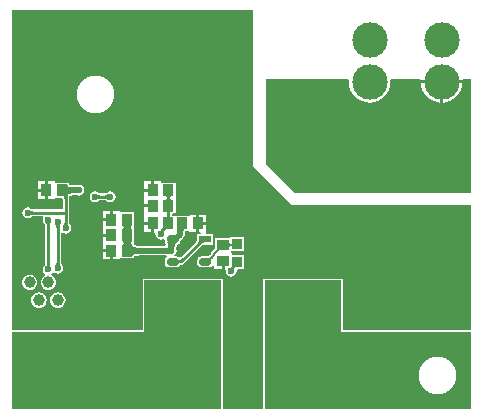
<source format=gbl>
G04*
G04 #@! TF.GenerationSoftware,Altium Limited,Altium Designer,20.0.13 (296)*
G04*
G04 Layer_Physical_Order=2*
G04 Layer_Color=16711680*
%FSLAX25Y25*%
%MOIN*%
G70*
G01*
G75*
%ADD10C,0.00787*%
%ADD13C,0.01000*%
%ADD17R,0.03543X0.03937*%
%ADD22R,0.03347X0.03347*%
%ADD29R,0.03937X0.03543*%
%ADD30C,0.03937*%
%ADD60C,0.02000*%
%ADD67C,0.07087*%
%ADD68C,0.11811*%
%ADD69C,0.02362*%
G04:AMPARAMS|DCode=70|XSize=23.62mil|YSize=39.37mil|CornerRadius=5.91mil|HoleSize=0mil|Usage=FLASHONLY|Rotation=90.000|XOffset=0mil|YOffset=0mil|HoleType=Round|Shape=RoundedRectangle|*
%AMROUNDEDRECTD70*
21,1,0.02362,0.02756,0,0,90.0*
21,1,0.01181,0.03937,0,0,90.0*
1,1,0.01181,0.01378,0.00591*
1,1,0.01181,0.01378,-0.00591*
1,1,0.01181,-0.01378,-0.00591*
1,1,0.01181,-0.01378,0.00591*
%
%ADD70ROUNDEDRECTD70*%
%ADD71R,0.03937X0.02362*%
G36*
X113257Y111024D02*
X113593Y110653D01*
X113545Y110169D01*
X113679Y108816D01*
X114074Y107514D01*
X114715Y106314D01*
X115578Y105263D01*
X116629Y104400D01*
X117829Y103759D01*
X119131Y103364D01*
X120484Y103230D01*
X121838Y103364D01*
X123140Y103759D01*
X124339Y104400D01*
X125391Y105263D01*
X126254Y106314D01*
X126895Y107514D01*
X127290Y108816D01*
X127423Y110169D01*
X127375Y110653D01*
X127711Y111024D01*
X137273D01*
X137594Y110669D01*
X144500D01*
Y110169D01*
D01*
Y110669D01*
X151406D01*
X151727Y111024D01*
X154414D01*
Y73524D01*
X154060Y73171D01*
X95279Y73225D01*
X85803Y82701D01*
X85803Y111024D01*
X113257D01*
D02*
G37*
G36*
X81496Y82284D02*
X94599Y69180D01*
X154414Y69169D01*
Y27362D01*
X111600D01*
X111600Y44112D01*
X111600Y44587D01*
X111539Y44587D01*
X111047Y44587D01*
X111039Y44587D01*
X85000Y44587D01*
Y44569D01*
X85000D01*
X85000Y43973D01*
X85000Y43469D01*
X85000Y1122D01*
X71516D01*
Y43969D01*
X71500Y44007D01*
Y44569D01*
X71500D01*
Y44587D01*
X70944D01*
X70866Y44619D01*
X45453Y44619D01*
X45375Y44587D01*
X44961Y44587D01*
X44900Y44587D01*
X44900Y44203D01*
X44803Y43969D01*
X44803Y27421D01*
X1122D01*
Y134048D01*
X81496D01*
X81496Y82284D01*
D02*
G37*
G36*
X70866Y43969D02*
Y1122D01*
X1122D01*
Y26772D01*
X44900D01*
Y26772D01*
X45453Y26772D01*
X45453Y43969D01*
X70866Y43969D01*
D02*
G37*
G36*
X111047Y26772D02*
X111600Y26772D01*
Y26772D01*
X154414D01*
Y1122D01*
X85600D01*
X85600Y43969D01*
X111047Y43969D01*
X111047Y26772D01*
D02*
G37*
%LPC*%
G36*
X151390Y109669D02*
X145000D01*
Y103280D01*
X145854Y103364D01*
X147155Y103759D01*
X148355Y104400D01*
X149407Y105263D01*
X150269Y106314D01*
X150911Y107514D01*
X151306Y108816D01*
X151390Y109669D01*
D02*
G37*
G36*
X144000D02*
X137610D01*
X137694Y108816D01*
X138089Y107514D01*
X138731Y106314D01*
X139593Y105263D01*
X140645Y104400D01*
X141845Y103759D01*
X143146Y103364D01*
X144000Y103280D01*
Y109669D01*
D02*
G37*
G36*
X29146Y112282D02*
X27927Y112162D01*
X26755Y111807D01*
X25675Y111229D01*
X24729Y110452D01*
X23952Y109506D01*
X23374Y108426D01*
X23019Y107254D01*
X22899Y106035D01*
X23019Y104817D01*
X23374Y103645D01*
X23952Y102565D01*
X24729Y101618D01*
X25675Y100842D01*
X26755Y100264D01*
X27927Y99909D01*
X29146Y99789D01*
X30364Y99909D01*
X31536Y100264D01*
X32616Y100842D01*
X33563Y101618D01*
X34339Y102565D01*
X34917Y103645D01*
X35272Y104817D01*
X35392Y106035D01*
X35272Y107254D01*
X34917Y108426D01*
X34339Y109506D01*
X33563Y110452D01*
X32616Y111229D01*
X31536Y111807D01*
X30364Y112162D01*
X29146Y112282D01*
D02*
G37*
G36*
X12197Y76984D02*
X9925D01*
Y74516D01*
X12197D01*
Y76984D01*
D02*
G37*
G36*
X47630D02*
X45358D01*
Y74516D01*
X47630D01*
Y76984D01*
D02*
G37*
G36*
X34055Y73666D02*
X33360Y73528D01*
X32836Y73178D01*
X32770Y73154D01*
X32726Y73113D01*
X32703Y73095D01*
X32675Y73078D01*
X32642Y73061D01*
X32603Y73045D01*
X32555Y73031D01*
X32500Y73019D01*
X32434Y73009D01*
X32360Y73002D01*
X32259Y73000D01*
X32197Y72972D01*
X30795D01*
X30733Y73000D01*
X30632Y73002D01*
X30558Y73009D01*
X30493Y73019D01*
X30437Y73031D01*
X30389Y73045D01*
X30350Y73061D01*
X30317Y73078D01*
X30290Y73095D01*
X30266Y73113D01*
X30222Y73154D01*
X30156Y73178D01*
X29632Y73528D01*
X28937Y73666D01*
X28242Y73528D01*
X27653Y73134D01*
X27259Y72545D01*
X27121Y71850D01*
X27259Y71155D01*
X27653Y70566D01*
X28242Y70173D01*
X28937Y70034D01*
X29632Y70173D01*
X30156Y70523D01*
X30222Y70547D01*
X30266Y70588D01*
X30290Y70606D01*
X30317Y70623D01*
X30350Y70640D01*
X30389Y70655D01*
X30437Y70670D01*
X30493Y70682D01*
X30558Y70692D01*
X30632Y70698D01*
X30733Y70701D01*
X30795Y70729D01*
X32197D01*
X32259Y70701D01*
X32360Y70698D01*
X32434Y70692D01*
X32500Y70682D01*
X32555Y70670D01*
X32603Y70655D01*
X32642Y70639D01*
X32675Y70623D01*
X32703Y70606D01*
X32726Y70588D01*
X32770Y70547D01*
X32836Y70523D01*
X33360Y70173D01*
X34055Y70034D01*
X34750Y70173D01*
X35339Y70566D01*
X35733Y71155D01*
X35871Y71850D01*
X35733Y72545D01*
X35339Y73134D01*
X34750Y73528D01*
X34055Y73666D01*
D02*
G37*
G36*
X15469Y76984D02*
X15399Y76984D01*
X15399Y76984D01*
X13197D01*
Y74016D01*
Y71047D01*
X15399D01*
X15399Y71047D01*
X15469D01*
X15710Y71447D01*
X15969Y71447D01*
X18100D01*
X18103Y71437D01*
X18119Y71341D01*
X18130Y71214D01*
X18134Y71042D01*
X18162Y70980D01*
Y67657D01*
X8349D01*
X8287Y67685D01*
X8186Y67687D01*
X8112Y67694D01*
X8046Y67704D01*
X7990Y67716D01*
X7943Y67730D01*
X7903Y67746D01*
X7871Y67763D01*
X7843Y67780D01*
X7820Y67798D01*
X7776Y67839D01*
X7710Y67863D01*
X7186Y68213D01*
X6491Y68351D01*
X5796Y68213D01*
X5207Y67819D01*
X4813Y67230D01*
X4675Y66535D01*
X4813Y65841D01*
X5207Y65251D01*
X5796Y64858D01*
X6491Y64719D01*
X7186Y64858D01*
X7710Y65208D01*
X7776Y65232D01*
X7820Y65273D01*
X7843Y65291D01*
X7871Y65308D01*
X7904Y65325D01*
X7943Y65340D01*
X7991Y65355D01*
X8046Y65367D01*
X8112Y65377D01*
X8186Y65383D01*
X8287Y65386D01*
X8349Y65414D01*
X11542D01*
X11778Y64973D01*
X11708Y64868D01*
X11570Y64173D01*
X11708Y63478D01*
X12058Y62954D01*
X12083Y62888D01*
X12124Y62844D01*
X12141Y62821D01*
X12158Y62793D01*
X12175Y62760D01*
X12191Y62721D01*
X12205Y62673D01*
X12218Y62617D01*
X12228Y62552D01*
X12234Y62478D01*
X12237Y62377D01*
X12264Y62315D01*
Y49496D01*
X12237Y49434D01*
X12234Y49333D01*
X12228Y49259D01*
X12218Y49193D01*
X12205Y49137D01*
X12191Y49090D01*
X12175Y49050D01*
X12158Y49018D01*
X12141Y48990D01*
X12123Y48967D01*
X12083Y48923D01*
X12058Y48857D01*
X11708Y48333D01*
X11570Y47638D01*
X11708Y46943D01*
X12102Y46354D01*
X12339Y46195D01*
X12284Y45631D01*
X12090Y45551D01*
X11554Y45139D01*
X11142Y44602D01*
X10883Y43978D01*
X10795Y43307D01*
X10883Y42637D01*
X11142Y42012D01*
X11554Y41475D01*
X12090Y41063D01*
X12715Y40805D01*
X13386Y40716D01*
X14056Y40805D01*
X14681Y41063D01*
X15218Y41475D01*
X15629Y42012D01*
X15888Y42637D01*
X15977Y43307D01*
X15888Y43978D01*
X15629Y44602D01*
X15218Y45139D01*
X14681Y45551D01*
X14488Y45631D01*
X14432Y46195D01*
X14670Y46354D01*
X14792Y46536D01*
X15251Y46747D01*
X15841Y46354D01*
X16535Y46215D01*
X17230Y46354D01*
X17819Y46747D01*
X18213Y47337D01*
X18351Y48031D01*
X18213Y48726D01*
X17863Y49251D01*
X17839Y49316D01*
X17798Y49360D01*
X17780Y49384D01*
X17763Y49411D01*
X17746Y49444D01*
X17731Y49484D01*
X17716Y49531D01*
X17704Y49587D01*
X17694Y49652D01*
X17687Y49727D01*
X17685Y49828D01*
X17657Y49890D01*
Y59826D01*
X18157Y60033D01*
X18596Y59740D01*
X19291Y59601D01*
X19986Y59740D01*
X20575Y60133D01*
X20969Y60722D01*
X21107Y61417D01*
X20969Y62112D01*
X20608Y62653D01*
X20586Y62711D01*
X20545Y62754D01*
X20527Y62777D01*
X20511Y62804D01*
X20494Y62836D01*
X20479Y62875D01*
X20464Y62922D01*
X20452Y62978D01*
X20442Y63042D01*
X20435Y63116D01*
X20433Y63218D01*
X20405Y63279D01*
Y70992D01*
X20433Y71059D01*
X20431Y71063D01*
X20433Y71067D01*
X20421Y72027D01*
X20428Y72091D01*
X20432Y72101D01*
X20440Y72113D01*
X20475Y72143D01*
X20555Y72190D01*
X20692Y72244D01*
X20884Y72293D01*
X21130Y72332D01*
X21427Y72357D01*
X21788Y72366D01*
X21828Y72384D01*
X22858D01*
X22927Y72338D01*
X23622Y72200D01*
X24317Y72338D01*
X24906Y72732D01*
X25300Y73321D01*
X25438Y74016D01*
X25300Y74711D01*
X24906Y75300D01*
X24317Y75694D01*
X23622Y75832D01*
X22927Y75694D01*
X22858Y75647D01*
X21828D01*
X21788Y75665D01*
X21427Y75674D01*
X21130Y75699D01*
X20884Y75738D01*
X20692Y75788D01*
X20555Y75841D01*
X20475Y75888D01*
X20440Y75919D01*
X20432Y75931D01*
X20428Y75941D01*
X20417Y76043D01*
X20383Y76104D01*
Y76584D01*
X19862D01*
X19771Y76622D01*
X19737Y76607D01*
X19700Y76618D01*
X19639Y76584D01*
X15710Y76584D01*
X15687Y76622D01*
X15469Y76984D01*
D02*
G37*
G36*
X12197Y73516D02*
X9925D01*
Y71047D01*
X12197D01*
Y73516D01*
D02*
G37*
G36*
X33850Y67142D02*
X31579D01*
Y64673D01*
X33850D01*
Y67142D01*
D02*
G37*
G36*
X66059Y65961D02*
X63787D01*
Y63492D01*
X66059D01*
Y65961D01*
D02*
G37*
G36*
X47630Y62492D02*
X45358D01*
Y60024D01*
X47630D01*
Y62492D01*
D02*
G37*
G36*
X50902Y76984D02*
X48630D01*
Y74016D01*
X48130D01*
Y73516D01*
X45358D01*
Y71047D01*
X45358D01*
Y69398D01*
X48130D01*
Y68398D01*
X45358D01*
Y65961D01*
X45358D01*
Y63492D01*
X48130D01*
Y62992D01*
X48630D01*
Y60024D01*
X48726D01*
X49044Y59637D01*
X49000Y59420D01*
X49139Y58725D01*
X49532Y58136D01*
X50122Y57742D01*
X50817Y57604D01*
X51512Y57742D01*
X51731Y57889D01*
X52231Y57621D01*
Y57087D01*
X52261Y56934D01*
X52253Y56919D01*
X52284Y56819D01*
X52323Y56622D01*
X52330Y56612D01*
X52343Y56527D01*
X52423Y56393D01*
X52484Y56267D01*
X52541Y56120D01*
X52558Y56068D01*
X52375Y55689D01*
X52277Y55568D01*
X43482D01*
X43441Y55586D01*
X43081Y55595D01*
X42783Y55620D01*
X42537Y55660D01*
X42345Y55709D01*
X42209Y55762D01*
X42128Y55810D01*
X42094Y55840D01*
X42085Y55852D01*
X42082Y55862D01*
X42070Y55964D01*
X42037Y56026D01*
Y57008D01*
X42074Y57099D01*
X42056Y57142D01*
X42068Y57188D01*
X42037Y57241D01*
Y60869D01*
X42068Y60922D01*
X42056Y60968D01*
X42074Y61012D01*
X42037Y61102D01*
Y62126D01*
X42074Y62217D01*
X42056Y62260D01*
X42068Y62306D01*
X42037Y62359D01*
Y66742D01*
X37363Y66742D01*
X37122Y67142D01*
X37052Y67142D01*
X37052Y67142D01*
X34850D01*
Y64173D01*
X34350D01*
Y63673D01*
X31579D01*
Y61205D01*
Y59555D01*
X34350D01*
Y58555D01*
X31579D01*
Y56087D01*
Y54437D01*
X34350D01*
Y53937D01*
X34850D01*
Y50968D01*
X37052D01*
X37052Y50968D01*
X37122D01*
X37363Y51368D01*
X37622Y51368D01*
X41293D01*
X41354Y51335D01*
X41390Y51345D01*
X41425Y51331D01*
X41515Y51368D01*
X42037D01*
Y51848D01*
X42070Y51910D01*
X42082Y52012D01*
X42085Y52022D01*
X42094Y52034D01*
X42128Y52064D01*
X42209Y52112D01*
X42345Y52165D01*
X42538Y52214D01*
X42783Y52254D01*
X43081Y52279D01*
X43441Y52288D01*
X43482Y52306D01*
X52674D01*
X52826Y51806D01*
X52587Y51646D01*
X52323Y51252D01*
X52231Y50787D01*
Y49606D01*
X52323Y49142D01*
X52587Y48748D01*
X52980Y48485D01*
X53445Y48392D01*
X56201D01*
X56665Y48485D01*
X57059Y48748D01*
X57322Y49142D01*
X57326Y49162D01*
X57485Y49176D01*
X57629Y49179D01*
X57756Y49235D01*
X58045Y49292D01*
X58409Y49536D01*
X64176Y55302D01*
X64237Y55325D01*
X64610Y55671D01*
X64750Y55783D01*
X64871Y55867D01*
X64920Y55896D01*
X65185D01*
X65257Y55872D01*
X65304Y55896D01*
X65356Y55887D01*
X65368Y55896D01*
X68218D01*
Y59458D01*
X66295D01*
X66057Y59903D01*
X66059Y60024D01*
X66059Y60059D01*
Y62492D01*
X63787D01*
Y60024D01*
X63996D01*
X64218Y59590D01*
X64133Y59458D01*
X63081D01*
Y57923D01*
X63058Y57880D01*
X63075Y57826D01*
X63057Y57772D01*
X63081Y57725D01*
Y57512D01*
X63078Y57507D01*
X62996Y57390D01*
X62709Y57053D01*
X62519Y56857D01*
X62503Y56817D01*
X62466Y56794D01*
X62455Y56754D01*
X57535Y51834D01*
X57426Y51783D01*
X57303Y51733D01*
X56987Y51697D01*
X56980Y51698D01*
X56665Y51909D01*
X56201Y52001D01*
X55540D01*
X55388Y52501D01*
X55615Y52653D01*
X56008Y53242D01*
X56147Y53937D01*
X56042Y54464D01*
X56049Y54481D01*
X56059Y54868D01*
X56085Y55186D01*
X56126Y55449D01*
X56179Y55652D01*
X56234Y55792D01*
X56280Y55869D01*
X56303Y55893D01*
X56321Y55897D01*
X56413Y55899D01*
X56479Y55928D01*
X56665Y55965D01*
X56773Y56037D01*
X56814Y56050D01*
X56826Y56072D01*
X56866Y56099D01*
X56867Y56100D01*
X56868Y56100D01*
X57059Y56228D01*
X57322Y56622D01*
X57415Y57087D01*
Y57174D01*
X58370Y58130D01*
X58724Y58659D01*
X58828Y59183D01*
X58866Y59269D01*
X58873Y59587D01*
X58893Y59847D01*
X58923Y60063D01*
X58962Y60231D01*
X59002Y60347D01*
X59030Y60401D01*
X59051Y60403D01*
X59086Y60424D01*
X60274Y60424D01*
X60516Y60024D01*
X60586Y60024D01*
X60586Y60024D01*
X62787D01*
Y62992D01*
Y65961D01*
X60585D01*
X60585Y65961D01*
X60516D01*
X60274Y65561D01*
X60016Y65561D01*
X54950D01*
X54728Y65945D01*
X54950Y66329D01*
X55817D01*
Y71447D01*
Y76584D01*
X51073D01*
X50902Y76984D01*
D02*
G37*
G36*
X78651Y58474D02*
X74105D01*
Y58179D01*
X69085D01*
Y55242D01*
X69065Y55207D01*
X69080Y55154D01*
X69060Y55101D01*
X69085Y55046D01*
Y54937D01*
X69035Y54866D01*
X68818Y54611D01*
X68673Y54461D01*
X68667Y54445D01*
X68651Y54437D01*
X68631Y54376D01*
X67895Y53641D01*
X67676Y53312D01*
X67599Y52925D01*
Y52890D01*
X67143Y52435D01*
X67077Y52410D01*
X66788Y52142D01*
X66686Y52060D01*
X66602Y52001D01*
X66382D01*
X66348Y52012D01*
X66327Y52001D01*
X64272D01*
X63807Y51909D01*
X63413Y51646D01*
X63150Y51252D01*
X63058Y50787D01*
Y49606D01*
X63150Y49142D01*
X63413Y48748D01*
X63807Y48485D01*
X64272Y48392D01*
X67028D01*
X67492Y48485D01*
X67886Y48748D01*
X68149Y49142D01*
X68185Y49323D01*
X68685Y49274D01*
Y47721D01*
X71153D01*
Y50492D01*
X72154D01*
Y47721D01*
X72346D01*
X72663Y47334D01*
X72603Y47030D01*
X72741Y46335D01*
X73135Y45746D01*
X73724Y45352D01*
X74419Y45214D01*
X75114Y45352D01*
X75703Y45746D01*
X76097Y46335D01*
X76235Y47030D01*
X76176Y47325D01*
X76585Y47825D01*
X78651D01*
Y52372D01*
X74622D01*
Y53264D01*
X74222Y53435D01*
Y53928D01*
X78651D01*
Y58474D01*
D02*
G37*
G36*
X33850Y53437D02*
X31579D01*
Y50968D01*
X33850D01*
Y53437D01*
D02*
G37*
G36*
X7185Y45898D02*
X6515Y45810D01*
X5890Y45551D01*
X5353Y45139D01*
X4941Y44602D01*
X4683Y43978D01*
X4594Y43307D01*
X4683Y42637D01*
X4941Y42012D01*
X5353Y41475D01*
X5890Y41063D01*
X6515Y40805D01*
X7185Y40716D01*
X7856Y40805D01*
X8480Y41063D01*
X9017Y41475D01*
X9429Y42012D01*
X9687Y42637D01*
X9776Y43307D01*
X9687Y43978D01*
X9429Y44602D01*
X9017Y45139D01*
X8480Y45551D01*
X7856Y45810D01*
X7185Y45898D01*
D02*
G37*
G36*
X10236Y39992D02*
X9566Y39904D01*
X8941Y39645D01*
X8404Y39233D01*
X7993Y38697D01*
X7734Y38072D01*
X7646Y37402D01*
X7734Y36731D01*
X7993Y36106D01*
X8404Y35570D01*
X8941Y35158D01*
X9566Y34899D01*
X10236Y34811D01*
X10907Y34899D01*
X11532Y35158D01*
X12068Y35570D01*
X12480Y36106D01*
X12739Y36731D01*
X12827Y37402D01*
X12739Y38072D01*
X12480Y38697D01*
X12068Y39233D01*
X11532Y39645D01*
X10907Y39904D01*
X10236Y39992D01*
D02*
G37*
G36*
X16535Y39992D02*
X15865Y39904D01*
X15240Y39645D01*
X14704Y39233D01*
X14292Y38697D01*
X14033Y38072D01*
X13945Y37402D01*
X14033Y36731D01*
X14292Y36106D01*
X14704Y35570D01*
X15240Y35158D01*
X15865Y34899D01*
X16535Y34811D01*
X17206Y34899D01*
X17831Y35158D01*
X18367Y35570D01*
X18779Y36106D01*
X19038Y36731D01*
X19126Y37402D01*
X19038Y38072D01*
X18779Y38697D01*
X18367Y39233D01*
X17831Y39645D01*
X17206Y39904D01*
X16535Y39992D01*
D02*
G37*
%LPD*%
G36*
X33212Y71024D02*
X33145Y71086D01*
X33072Y71141D01*
X32993Y71190D01*
X32908Y71233D01*
X32818Y71269D01*
X32721Y71298D01*
X32619Y71321D01*
X32511Y71337D01*
X32396Y71347D01*
X32276Y71350D01*
Y72350D01*
X32396Y72354D01*
X32511Y72364D01*
X32619Y72380D01*
X32721Y72403D01*
X32818Y72432D01*
X32908Y72468D01*
X32993Y72510D01*
X33072Y72559D01*
X33145Y72615D01*
X33212Y72677D01*
Y71024D01*
D02*
G37*
G36*
X29847Y72615D02*
X29920Y72559D01*
X29999Y72510D01*
X30084Y72468D01*
X30174Y72432D01*
X30271Y72403D01*
X30373Y72380D01*
X30481Y72364D01*
X30596Y72354D01*
X30716Y72350D01*
Y71350D01*
X30596Y71347D01*
X30481Y71337D01*
X30373Y71321D01*
X30271Y71298D01*
X30174Y71269D01*
X30084Y71233D01*
X29999Y71190D01*
X29920Y71141D01*
X29847Y71086D01*
X29781Y71024D01*
Y72677D01*
X29847Y72615D01*
D02*
G37*
G36*
X19021Y74056D02*
X19050Y73955D01*
X19088Y73853D01*
X19137Y73750D01*
X19195Y73645D01*
X19264Y73538D01*
X19342Y73430D01*
X19529Y73210D01*
X19637Y73098D01*
X18930Y72391D01*
X18817Y72499D01*
X18597Y72685D01*
X18489Y72764D01*
X18383Y72832D01*
X18278Y72891D01*
X18174Y72939D01*
X18072Y72978D01*
X17972Y73007D01*
X17873Y73026D01*
X19002Y74155D01*
X19021Y74056D01*
D02*
G37*
G36*
X19792Y75791D02*
X19851Y75628D01*
X19951Y75484D01*
X20091Y75360D01*
X20271Y75255D01*
X20492Y75169D01*
X20752Y75102D01*
X21052Y75054D01*
X21392Y75025D01*
X21771Y75016D01*
Y73016D01*
X21392Y73006D01*
X21052Y72978D01*
X20752Y72930D01*
X20492Y72863D01*
X20271Y72777D01*
X20091Y72671D01*
X19951Y72547D01*
X19851Y72404D01*
X19792Y72241D01*
X19771Y72059D01*
Y75972D01*
X19792Y75791D01*
D02*
G37*
G36*
X19771Y72059D02*
X19783Y71059D01*
X18783D01*
X18778Y71251D01*
X18764Y71422D01*
X18738Y71574D01*
X18703Y71705D01*
X18658Y71816D01*
X18604Y71907D01*
X18539Y71978D01*
X18463Y72030D01*
X18379Y72060D01*
X18283Y72071D01*
X19771Y72059D01*
D02*
G37*
G36*
X7401Y67300D02*
X7474Y67245D01*
X7553Y67196D01*
X7638Y67153D01*
X7728Y67117D01*
X7825Y67088D01*
X7927Y67065D01*
X8035Y67049D01*
X8150Y67039D01*
X8269Y67035D01*
Y66035D01*
X8150Y66032D01*
X8035Y66022D01*
X7927Y66006D01*
X7825Y65983D01*
X7728Y65954D01*
X7638Y65918D01*
X7553Y65875D01*
X7474Y65826D01*
X7401Y65771D01*
X7334Y65709D01*
Y67362D01*
X7401Y67300D01*
D02*
G37*
G36*
X14151Y63263D02*
X14095Y63190D01*
X14046Y63111D01*
X14004Y63026D01*
X13968Y62936D01*
X13938Y62839D01*
X13915Y62737D01*
X13899Y62629D01*
X13889Y62514D01*
X13886Y62394D01*
X12886Y62394D01*
X12883Y62514D01*
X12873Y62629D01*
X12856Y62737D01*
X12833Y62839D01*
X12804Y62936D01*
X12768Y63026D01*
X12726Y63111D01*
X12677Y63190D01*
X12621Y63263D01*
X12559Y63330D01*
X14213Y63330D01*
X14151Y63263D01*
D02*
G37*
G36*
X19787Y63080D02*
X19797Y62966D01*
X19813Y62857D01*
X19836Y62755D01*
X19866Y62659D01*
X19902Y62568D01*
X19945Y62484D01*
X19994Y62405D01*
X20050Y62333D01*
X20112Y62266D01*
X18459Y62255D01*
X18521Y62323D01*
X18576Y62396D01*
X18624Y62475D01*
X18667Y62560D01*
X18702Y62651D01*
X18732Y62747D01*
X18754Y62850D01*
X18770Y62958D01*
X18780Y63072D01*
X18783Y63192D01*
X19783Y63200D01*
X19787Y63080D01*
D02*
G37*
G36*
X17300Y62478D02*
X17245Y62405D01*
X17196Y62326D01*
X17153Y62242D01*
X17117Y62151D01*
X17088Y62055D01*
X17065Y61952D01*
X17049Y61844D01*
X17039Y61730D01*
X17035Y61610D01*
X16035D01*
X16032Y61730D01*
X16022Y61844D01*
X16006Y61952D01*
X15983Y62055D01*
X15954Y62151D01*
X15918Y62242D01*
X15875Y62326D01*
X15826Y62405D01*
X15771Y62478D01*
X15709Y62545D01*
X17362D01*
X17300Y62478D01*
D02*
G37*
G36*
X17035Y49810D02*
X17039Y49690D01*
X17049Y49576D01*
X17065Y49468D01*
X17088Y49365D01*
X17117Y49269D01*
X17153Y49178D01*
X17196Y49093D01*
X17245Y49015D01*
X17300Y48942D01*
X17362Y48875D01*
X15709Y48875D01*
X15771Y48942D01*
X15826Y49015D01*
X15875Y49094D01*
X15918Y49178D01*
X15954Y49269D01*
X15983Y49365D01*
X16006Y49468D01*
X16022Y49576D01*
X16032Y49690D01*
X16035Y49810D01*
X17035Y49810D01*
D02*
G37*
G36*
X13886Y49416D02*
X13889Y49296D01*
X13899Y49182D01*
X13915Y49074D01*
X13938Y48972D01*
X13968Y48875D01*
X14004Y48785D01*
X14046Y48700D01*
X14095Y48621D01*
X14151Y48548D01*
X14213Y48481D01*
X12559Y48481D01*
X12621Y48548D01*
X12677Y48621D01*
X12726Y48700D01*
X12768Y48785D01*
X12804Y48875D01*
X12833Y48972D01*
X12856Y49074D01*
X12873Y49182D01*
X12883Y49296D01*
X12886Y49416D01*
X13886Y49416D01*
D02*
G37*
G36*
X54350Y72061D02*
X54265Y72031D01*
X54190Y71980D01*
X54125Y71909D01*
X54070Y71818D01*
X54025Y71707D01*
X53990Y71575D01*
X53970Y71457D01*
X53990Y71338D01*
X54025Y71206D01*
X54070Y71095D01*
X54125Y71004D01*
X54190Y70933D01*
X54265Y70883D01*
X54350Y70852D01*
X54445Y70842D01*
X52445D01*
X52540Y70852D01*
X52625Y70883D01*
X52700Y70933D01*
X52765Y71004D01*
X52820Y71095D01*
X52865Y71206D01*
X52900Y71338D01*
X52919Y71457D01*
X52900Y71575D01*
X52865Y71707D01*
X52820Y71818D01*
X52765Y71909D01*
X52700Y71980D01*
X52625Y72031D01*
X52540Y72061D01*
X52445Y72071D01*
X54445D01*
X54350Y72061D01*
D02*
G37*
G36*
Y66943D02*
X54265Y66913D01*
X54190Y66862D01*
X54125Y66791D01*
X54070Y66700D01*
X54025Y66589D01*
X53990Y66457D01*
X53965Y66306D01*
X53950Y66133D01*
X53945Y65945D01*
X53950Y65756D01*
X53965Y65584D01*
X53990Y65433D01*
X54025Y65301D01*
X54070Y65190D01*
X54125Y65099D01*
X54190Y65028D01*
X54265Y64977D01*
X54350Y64947D01*
X54445Y64937D01*
X52445D01*
X52540Y64947D01*
X52625Y64977D01*
X52700Y65028D01*
X52765Y65099D01*
X52820Y65190D01*
X52865Y65301D01*
X52900Y65433D01*
X52925Y65584D01*
X52940Y65756D01*
X52945Y65945D01*
X52940Y66133D01*
X52925Y66306D01*
X52900Y66457D01*
X52865Y66589D01*
X52820Y66700D01*
X52765Y66791D01*
X52700Y66862D01*
X52625Y66913D01*
X52540Y66943D01*
X52445Y66953D01*
X54445D01*
X54350Y66943D01*
D02*
G37*
G36*
X52901Y61048D02*
X52845Y61085D01*
X52773Y61098D01*
X52688Y61087D01*
X52587Y61052D01*
X52473Y60992D01*
X52344Y60908D01*
X52201Y60800D01*
X51990Y60614D01*
X51977Y60598D01*
X51919Y60512D01*
X51873Y60428D01*
X51840Y60345D01*
X51820Y60264D01*
X51813Y60185D01*
X51818Y60108D01*
X51837Y60032D01*
X51868Y59959D01*
X50323Y60493D01*
X50371Y60519D01*
X50430Y60559D01*
X50502Y60614D01*
X50788Y60863D01*
X51163Y61226D01*
X51558Y61695D01*
X51642Y61823D01*
X51701Y61938D01*
X51737Y62038D01*
X51748Y62124D01*
X51735Y62195D01*
X51697Y62252D01*
X52901Y61048D01*
D02*
G37*
G36*
X40673Y62632D02*
X40712Y62217D01*
X41425D01*
X41281Y62197D01*
X41151Y62137D01*
X41038Y62037D01*
X40939Y61897D01*
X40855Y61717D01*
X40823Y61614D01*
X40855Y61512D01*
X40939Y61332D01*
X41038Y61192D01*
X41151Y61092D01*
X41281Y61032D01*
X41425Y61012D01*
X40705D01*
X40696Y60937D01*
X40673Y60597D01*
X40665Y60217D01*
X38665D01*
X38658Y60597D01*
X38618Y61012D01*
X37906D01*
X38050Y61032D01*
X38179Y61092D01*
X38293Y61192D01*
X38392Y61332D01*
X38475Y61512D01*
X38507Y61614D01*
X38475Y61717D01*
X38392Y61897D01*
X38293Y62037D01*
X38179Y62137D01*
X38050Y62197D01*
X37906Y62217D01*
X38625D01*
X38635Y62292D01*
X38658Y62632D01*
X38665Y63012D01*
X40665D01*
X40673Y62632D01*
D02*
G37*
G36*
X58826Y61029D02*
X58698Y60976D01*
X58585Y60887D01*
X58487Y60764D01*
X58405Y60605D01*
X58337Y60411D01*
X58284Y60182D01*
X58247Y59917D01*
X58224Y59618D01*
X58217Y59284D01*
X56217D01*
X56213Y61036D01*
X58969Y61048D01*
X58826Y61029D01*
D02*
G37*
G36*
X65206Y56702D02*
X65116Y56709D01*
X65026Y56705D01*
X65000Y56701D01*
X65210Y56520D01*
X65128Y56571D01*
X65034Y56594D01*
X64926Y56591D01*
X64805Y56560D01*
X64670Y56501D01*
X64522Y56416D01*
X64360Y56303D01*
X64185Y56163D01*
X63796Y55801D01*
X62986Y56406D01*
X63190Y56616D01*
X63509Y56991D01*
X63625Y57156D01*
X63712Y57305D01*
X63769Y57439D01*
X63797Y57557D01*
X63796Y57660D01*
X63765Y57748D01*
X63705Y57820D01*
X64028Y57541D01*
X64036Y57555D01*
X64080Y57643D01*
X64117Y57732D01*
X64145Y57820D01*
X64166Y57909D01*
X64180Y57999D01*
X65206Y56702D01*
D02*
G37*
G36*
X40673Y57513D02*
X40712Y57099D01*
X41425D01*
X41281Y57079D01*
X41151Y57019D01*
X41038Y56919D01*
X40939Y56779D01*
X40855Y56599D01*
X40823Y56496D01*
X40855Y56393D01*
X40939Y56213D01*
X41038Y56073D01*
X41151Y55974D01*
X41281Y55914D01*
X41425Y55893D01*
X40705D01*
X40696Y55819D01*
X40673Y55479D01*
X40665Y55099D01*
X38665D01*
X38658Y55479D01*
X38618Y55893D01*
X37906D01*
X38050Y55914D01*
X38179Y55974D01*
X38293Y56073D01*
X38392Y56213D01*
X38475Y56393D01*
X38507Y56496D01*
X38475Y56599D01*
X38392Y56779D01*
X38293Y56919D01*
X38179Y57019D01*
X38050Y57079D01*
X37906Y57099D01*
X38625D01*
X38635Y57174D01*
X38658Y57513D01*
X38665Y57894D01*
X40665D01*
X40673Y57513D01*
D02*
G37*
G36*
X56398Y56548D02*
X56208Y56544D01*
X56038Y56495D01*
X55889Y56401D01*
X55759Y56263D01*
X55649Y56080D01*
X55560Y55852D01*
X55490Y55580D01*
X55440Y55264D01*
X55410Y54902D01*
X55400Y54497D01*
X53400Y54506D01*
X53395Y54818D01*
X53355Y55392D01*
X53320Y55654D01*
X53220Y56125D01*
X53155Y56335D01*
X53080Y56527D01*
X52995Y56703D01*
X52900Y56861D01*
X56398Y56548D01*
D02*
G37*
G36*
X41445Y55712D02*
X41505Y55549D01*
X41605Y55406D01*
X41745Y55281D01*
X41925Y55176D01*
X42145Y55090D01*
X42405Y55023D01*
X42705Y54975D01*
X43045Y54947D01*
X43425Y54937D01*
Y52937D01*
X43045Y52927D01*
X42705Y52899D01*
X42405Y52851D01*
X42145Y52784D01*
X41925Y52698D01*
X41745Y52593D01*
X41605Y52468D01*
X41505Y52325D01*
X41445Y52162D01*
X41425Y51981D01*
Y55893D01*
X41445Y55712D01*
D02*
G37*
G36*
X56656Y51087D02*
X56688Y51033D01*
X56739Y50985D01*
X56809Y50943D01*
X56897Y50908D01*
X57003Y50880D01*
X57129Y50857D01*
X57273Y50841D01*
X57616Y50829D01*
Y49829D01*
X57449Y49825D01*
X57169Y49799D01*
X57056Y49777D01*
X56961Y49748D01*
X56885Y49712D01*
X56826Y49670D01*
X56785Y49622D01*
X56763Y49567D01*
X56758Y49505D01*
X56642Y51147D01*
X56656Y51087D01*
D02*
G37*
G36*
X74729Y55020D02*
X74721Y55094D01*
X74697Y55161D01*
X74657Y55221D01*
X74601Y55272D01*
X74529Y55315D01*
X74441Y55350D01*
X74337Y55378D01*
X74217Y55398D01*
X74163Y55402D01*
X74110Y55398D01*
X73990Y55378D01*
X73886Y55350D01*
X73798Y55315D01*
X73726Y55272D01*
X73670Y55221D01*
X73630Y55161D01*
X73606Y55094D01*
X73598Y55020D01*
Y56595D01*
X73606Y56520D01*
X73630Y56453D01*
X73670Y56394D01*
X73726Y56343D01*
X73798Y56299D01*
X73886Y56264D01*
X73990Y56236D01*
X74110Y56217D01*
X74163Y56212D01*
X74217Y56217D01*
X74337Y56236D01*
X74441Y56264D01*
X74529Y56299D01*
X74601Y56343D01*
X74657Y56394D01*
X74697Y56453D01*
X74721Y56520D01*
X74729Y56595D01*
Y55020D01*
D02*
G37*
G36*
X72583Y56552D02*
X72672Y56478D01*
X72763Y56413D01*
X72857Y56357D01*
X72954Y56309D01*
X73053Y56270D01*
X73155Y56240D01*
X73259Y56218D01*
X73366Y56205D01*
X73476Y56201D01*
Y55413D01*
X73366Y55409D01*
X73259Y55396D01*
X73155Y55374D01*
X73053Y55344D01*
X72954Y55305D01*
X72857Y55257D01*
X72763Y55201D01*
X72672Y55136D01*
X72583Y55063D01*
X72497Y54980D01*
Y56634D01*
X72583Y56552D01*
D02*
G37*
G36*
X71529Y54633D02*
X71413Y54640D01*
X71301Y54639D01*
X71192Y54628D01*
X71088Y54609D01*
X70987Y54580D01*
X70890Y54541D01*
X70797Y54494D01*
X70707Y54437D01*
X70622Y54371D01*
X70568Y54321D01*
X70848Y54059D01*
X70786Y54101D01*
X70714Y54121D01*
X70630Y54119D01*
X70535Y54095D01*
X70429Y54049D01*
X70312Y53981D01*
X70184Y53891D01*
X70045Y53780D01*
X69735Y53491D01*
X69140Y54010D01*
X69299Y54174D01*
X69549Y54467D01*
X69639Y54596D01*
X69708Y54713D01*
X69753Y54819D01*
X69776Y54913D01*
X69776Y54995D01*
X69754Y55065D01*
X69709Y55123D01*
X70365Y54511D01*
X70040Y54909D01*
X70113Y54989D01*
X70180Y55072D01*
X70241Y55161D01*
X70294Y55254D01*
X70341Y55351D01*
X70382Y55453D01*
X70415Y55560D01*
X70442Y55672D01*
X70463Y55787D01*
X70477Y55908D01*
X71529Y54633D01*
D02*
G37*
G36*
X68152Y51454D02*
X67995Y51291D01*
X67749Y51001D01*
X67660Y50874D01*
X67594Y50759D01*
X67550Y50656D01*
X67530Y50565D01*
X67532Y50485D01*
X67558Y50418D01*
X67605Y50362D01*
X66405Y51365D01*
X66470Y51326D01*
X66545Y51309D01*
X66630Y51312D01*
X66726Y51337D01*
X66832Y51384D01*
X66949Y51451D01*
X67076Y51540D01*
X67213Y51650D01*
X67519Y51934D01*
X68152Y51454D01*
D02*
G37*
%LPC*%
G36*
X143122Y18581D02*
X141903Y18461D01*
X140732Y18106D01*
X139652Y17528D01*
X138705Y16752D01*
X137928Y15805D01*
X137351Y14725D01*
X136995Y13553D01*
X136875Y12335D01*
X136995Y11116D01*
X137351Y9944D01*
X137928Y8864D01*
X138705Y7918D01*
X139652Y7141D01*
X140732Y6564D01*
X141903Y6208D01*
X143122Y6088D01*
X144341Y6208D01*
X145512Y6564D01*
X146592Y7141D01*
X147539Y7918D01*
X148316Y8864D01*
X148893Y9944D01*
X149249Y11116D01*
X149369Y12335D01*
X149249Y13553D01*
X148893Y14725D01*
X148316Y15805D01*
X147539Y16752D01*
X146592Y17528D01*
X145512Y18106D01*
X144341Y18461D01*
X143122Y18581D01*
D02*
G37*
%LPD*%
D10*
X71653Y55807D02*
X75984D01*
X76378Y56201D01*
X68612Y52470D02*
Y52925D01*
X65650Y50197D02*
X66339D01*
X68612Y52470D01*
X71494Y55807D02*
X71653D01*
X68612Y52925D02*
X71494Y55807D01*
D13*
X19284Y61425D02*
Y72744D01*
X18012Y74016D02*
X19284Y72744D01*
Y61425D02*
X19291Y61417D01*
X6491Y66535D02*
X18890D01*
X13386Y64173D02*
X13386Y64173D01*
X13386Y64173D02*
X13386Y64173D01*
X13386Y47638D02*
Y64173D01*
X13386Y47638D02*
X13386Y47638D01*
X53445Y68898D02*
Y74016D01*
Y62992D02*
Y68898D01*
Y62795D02*
Y62992D01*
X51077Y60427D02*
X53445Y62795D01*
X51077Y59680D02*
Y60427D01*
X50817Y59420D02*
X51077Y59680D01*
X74679Y48400D02*
X76378Y50098D01*
X74679Y47291D02*
Y48400D01*
X74419Y47030D02*
X74679Y47291D01*
X65161Y57874D02*
X65354D01*
X57616Y50329D02*
X65161Y57874D01*
X54823Y50197D02*
X54955Y50329D01*
X57616D01*
X16535Y48031D02*
Y63388D01*
X48130Y74016D02*
X48130Y74016D01*
X28937Y71850D02*
X34055D01*
D17*
X57972Y62992D02*
D03*
X63287Y62992D02*
D03*
X39665Y59055D02*
D03*
X34350D02*
D03*
X53445Y62992D02*
D03*
X48130D02*
D03*
Y74016D02*
D03*
X53445D02*
D03*
X48130Y68898D02*
D03*
X53445D02*
D03*
X12697Y74016D02*
D03*
X18012D02*
D03*
X39665Y64173D02*
D03*
X34350D02*
D03*
X39665Y53937D02*
D03*
X34350D02*
D03*
D22*
X76378Y50098D02*
D03*
Y56201D02*
D03*
D29*
X71653Y55807D02*
D03*
Y50492D02*
D03*
D30*
X10236Y37402D02*
D03*
X7185Y43307D02*
D03*
X13386Y43307D02*
D03*
X19685Y43307D02*
D03*
X16535Y37402D02*
D03*
D60*
X39665Y59055D02*
Y64173D01*
Y53937D02*
Y59055D01*
Y53937D02*
X39665Y53937D01*
X54331D01*
X54823Y57677D02*
X55610D01*
X57217Y62236D02*
X57972Y62992D01*
X55610Y57677D02*
X57217Y59284D01*
X54400Y54006D02*
Y57496D01*
X54581Y57677D01*
X54331Y53937D02*
X54400Y54006D01*
X57217Y59284D02*
Y62236D01*
X54581Y57677D02*
X54823D01*
X18012Y74016D02*
X23622D01*
D67*
X102500Y20669D02*
D03*
X53000D02*
D03*
D68*
X120484Y124146D02*
D03*
X144500D02*
D03*
Y110169D02*
D03*
X120484D02*
D03*
X53161Y37138D02*
D03*
X102768D02*
D03*
D69*
X144000Y65669D02*
D03*
X139000Y55669D02*
D03*
X134000Y65669D02*
D03*
X129000Y55669D02*
D03*
X124000Y65669D02*
D03*
X119000Y55669D02*
D03*
X114000Y65669D02*
D03*
X109000Y55669D02*
D03*
X104000Y65669D02*
D03*
X94000D02*
D03*
X74000Y85669D02*
D03*
Y65669D02*
D03*
X64000Y85669D02*
D03*
X54000D02*
D03*
X39000Y95669D02*
D03*
Y35669D02*
D03*
X34000Y125669D02*
D03*
X29000Y115669D02*
D03*
Y35669D02*
D03*
X24000Y125669D02*
D03*
X14000D02*
D03*
Y105669D02*
D03*
X9000Y95669D02*
D03*
X14000Y85669D02*
D03*
X39665Y59055D02*
D03*
X34350D02*
D03*
X6491Y66535D02*
D03*
X13386Y64173D02*
D03*
X50817Y59420D02*
D03*
X71653Y55807D02*
D03*
X65354Y57874D02*
D03*
X47638Y59055D02*
D03*
X74419Y47030D02*
D03*
X61713Y57874D02*
D03*
X112992Y43307D02*
D03*
X23622Y58661D02*
D03*
X16535Y48031D02*
D03*
X13386Y47638D02*
D03*
X19291Y61417D02*
D03*
X16535Y63388D02*
D03*
X9843Y69685D02*
D03*
X93307Y100394D02*
D03*
X149000Y95669D02*
D03*
Y75669D02*
D03*
X139000Y95669D02*
D03*
X144000Y85669D02*
D03*
X139000Y75669D02*
D03*
X134000Y105669D02*
D03*
X129000Y95669D02*
D03*
X134000Y85669D02*
D03*
X129000Y75669D02*
D03*
X119000Y95669D02*
D03*
X124000Y85669D02*
D03*
X119000Y75669D02*
D03*
X114000Y85669D02*
D03*
X109000Y75669D02*
D03*
X104000Y85669D02*
D03*
X94000D02*
D03*
X46457Y95276D02*
D03*
X3937Y88976D02*
D03*
X24803Y47638D02*
D03*
X58268Y95276D02*
D03*
X87795Y54331D02*
D03*
X82284Y16142D02*
D03*
X74410D02*
D03*
X54331Y53937D02*
D03*
X28937Y71850D02*
D03*
X34055D02*
D03*
X23622Y74016D02*
D03*
X37008Y120472D02*
D03*
X118000Y89669D02*
D03*
Y60169D02*
D03*
X103500D02*
D03*
X4000Y5669D02*
D03*
X14000D02*
D03*
X24000D02*
D03*
X34000D02*
D03*
X44000D02*
D03*
X54000D02*
D03*
X64000D02*
D03*
Y15669D02*
D03*
Y25669D02*
D03*
X4000Y20669D02*
D03*
X14000D02*
D03*
X24000D02*
D03*
X34000D02*
D03*
X44000D02*
D03*
X89000Y15669D02*
D03*
X119000Y20669D02*
D03*
X129000D02*
D03*
X139000D02*
D03*
X89000Y25669D02*
D03*
Y5669D02*
D03*
X99000D02*
D03*
X109000D02*
D03*
X119000D02*
D03*
X129000D02*
D03*
X139000D02*
D03*
X149000D02*
D03*
X133500Y30169D02*
D03*
X138606Y40551D02*
D03*
X135000Y46669D02*
D03*
D70*
X54823Y57677D02*
D03*
Y50197D02*
D03*
X65650D02*
D03*
Y53937D02*
D03*
D71*
Y57677D02*
D03*
M02*

</source>
